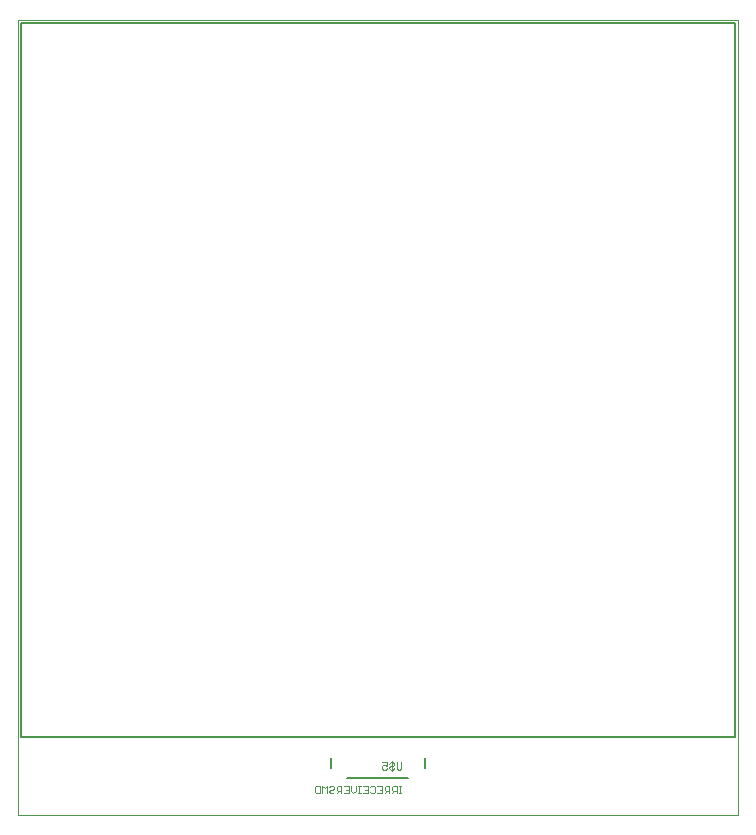
<source format=gbo>
G75*
G70*
%OFA0B0*%
%FSLAX24Y24*%
%IPPOS*%
%LPD*%
%AMOC8*
5,1,8,0,0,1.08239X$1,22.5*
%
%ADD10C,0.0000*%
%ADD11C,0.0050*%
%ADD12C,0.0080*%
%ADD13C,0.0020*%
D10*
X000500Y000130D02*
X000500Y026630D01*
X024500Y026630D01*
X024500Y000130D01*
X000500Y000130D01*
D11*
X000591Y002721D02*
X000591Y026539D01*
X024409Y026539D01*
X024409Y002721D01*
X000591Y002721D01*
D12*
X010925Y002032D02*
X010925Y001717D01*
X011476Y001362D02*
X013484Y001362D01*
X014075Y001717D02*
X014075Y002032D01*
D13*
X013277Y001888D02*
X013277Y001688D01*
X013237Y001648D01*
X013157Y001648D01*
X013117Y001688D01*
X013117Y001888D01*
X013038Y001848D02*
X012998Y001888D01*
X012918Y001888D01*
X012878Y001848D01*
X012799Y001888D02*
X012799Y001768D01*
X012719Y001808D01*
X012678Y001808D01*
X012638Y001768D01*
X012638Y001688D01*
X012678Y001648D01*
X012759Y001648D01*
X012799Y001688D01*
X012878Y001688D02*
X012878Y001728D01*
X012918Y001768D01*
X012998Y001768D01*
X013038Y001808D01*
X013038Y001848D01*
X012958Y001928D02*
X012958Y001608D01*
X012998Y001648D02*
X012918Y001648D01*
X012878Y001688D01*
X012998Y001648D02*
X013038Y001688D01*
X012799Y001888D02*
X012638Y001888D01*
X012639Y001101D02*
X012479Y001101D01*
X012400Y001061D02*
X012400Y000901D01*
X012360Y000860D01*
X012279Y000860D01*
X012239Y000901D01*
X012160Y000860D02*
X012000Y000860D01*
X011921Y000860D02*
X011841Y000860D01*
X011881Y000860D02*
X011881Y001101D01*
X011921Y001101D02*
X011841Y001101D01*
X011761Y001101D02*
X011761Y000941D01*
X011681Y000860D01*
X011601Y000941D01*
X011601Y001101D01*
X011522Y001101D02*
X011522Y000860D01*
X011362Y000860D01*
X011282Y000860D02*
X011282Y001101D01*
X011162Y001101D01*
X011122Y001061D01*
X011122Y000981D01*
X011162Y000941D01*
X011282Y000941D01*
X011202Y000941D02*
X011122Y000860D01*
X011043Y000901D02*
X011003Y000860D01*
X010923Y000860D01*
X010883Y000901D01*
X010883Y000941D01*
X010923Y000981D01*
X011003Y000981D01*
X011043Y001021D01*
X011043Y001061D01*
X011003Y001101D01*
X010923Y001101D01*
X010883Y001061D01*
X010804Y001101D02*
X010723Y001021D01*
X010643Y001101D01*
X010643Y000860D01*
X010564Y000860D02*
X010564Y001101D01*
X010444Y001101D01*
X010404Y001061D01*
X010404Y000901D01*
X010444Y000860D01*
X010564Y000860D01*
X010804Y000860D02*
X010804Y001101D01*
X011362Y001101D02*
X011522Y001101D01*
X011522Y000981D02*
X011442Y000981D01*
X012000Y001101D02*
X012160Y001101D01*
X012160Y000860D01*
X012160Y000981D02*
X012080Y000981D01*
X012239Y001061D02*
X012279Y001101D01*
X012360Y001101D01*
X012400Y001061D01*
X012559Y000981D02*
X012639Y000981D01*
X012718Y000981D02*
X012758Y000941D01*
X012878Y000941D01*
X012798Y000941D02*
X012718Y000860D01*
X012639Y000860D02*
X012479Y000860D01*
X012639Y000860D02*
X012639Y001101D01*
X012718Y001061D02*
X012758Y001101D01*
X012878Y001101D01*
X012878Y000860D01*
X012958Y000860D02*
X013038Y000941D01*
X012998Y000941D02*
X013118Y000941D01*
X013118Y000860D02*
X013118Y001101D01*
X012998Y001101D01*
X012958Y001061D01*
X012958Y000981D01*
X012998Y000941D01*
X013197Y000860D02*
X013277Y000860D01*
X013237Y000860D02*
X013237Y001101D01*
X013277Y001101D02*
X013197Y001101D01*
X012718Y001061D02*
X012718Y000981D01*
M02*

</source>
